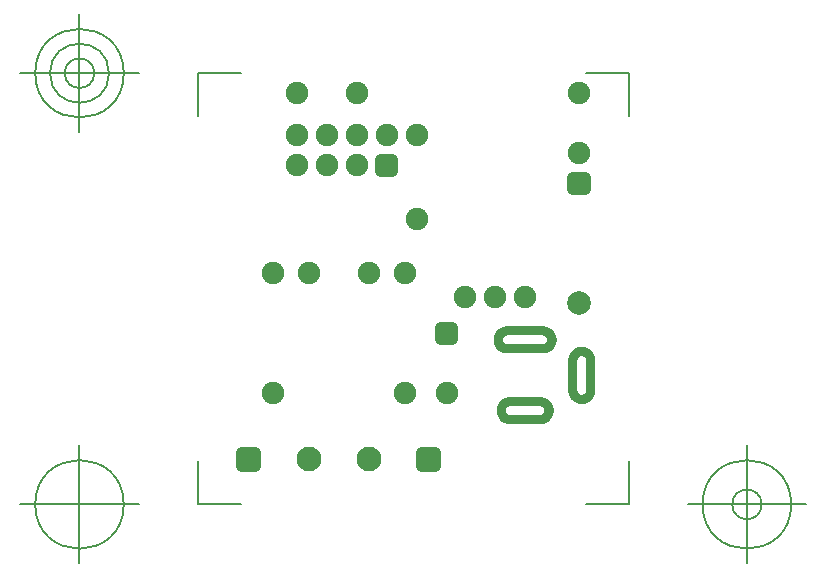
<source format=gbr>
G04 Generated by Ultiboard 14.1 *
%FSLAX34Y34*%
%MOMM*%

%ADD10C,0.0001*%
%ADD11C,0.7500*%
%ADD12C,0.1270*%
%ADD13C,1.9000*%
%ADD14R,1.1000X1.1000*%
%ADD15C,1.0000*%
%ADD16C,2.1000*%
%ADD17R,0.9000X0.9000*%
%ADD18R,1.0000X1.0000*%
%ADD19C,2.0000*%


G04 ColorRGB FF00CC for the following layer *
%LNL_uc100f6tstoppmaske oben*%
%LPD*%
G54D10*
G54D11*
X314700Y94460D02*
X314700Y119860D01*
X329940Y119860D02*
X329940Y94460D01*
X329940Y119860D02*
X329911Y120519D01*
X329825Y121173D01*
X329682Y121817D01*
X329484Y122446D01*
X329232Y123056D01*
X328927Y123641D01*
X328573Y124197D01*
X328171Y124720D01*
X327725Y125207D01*
X327239Y125652D01*
X326716Y126054D01*
X326159Y126408D01*
X325574Y126713D01*
X324965Y126966D01*
X324336Y127164D01*
X323692Y127307D01*
X323038Y127393D01*
X322378Y127422D01*
X321719Y127393D01*
X321065Y127307D01*
X320421Y127164D01*
X319792Y126966D01*
X319183Y126713D01*
X318598Y126408D01*
X318041Y126054D01*
X317518Y125652D01*
X317032Y125207D01*
X316586Y124720D01*
X316184Y124197D01*
X315830Y123641D01*
X315525Y123056D01*
X315273Y122446D01*
X315075Y121817D01*
X314932Y121173D01*
X314846Y120519D01*
X314817Y119860D01*
X314700Y94460D02*
X314729Y93796D01*
X314816Y93137D01*
X314960Y92488D01*
X315160Y91854D01*
X315414Y91240D01*
X315721Y90650D01*
X316078Y90089D01*
X316483Y89562D01*
X316932Y89072D01*
X317422Y88623D01*
X317949Y88218D01*
X318510Y87861D01*
X319100Y87554D01*
X319714Y87300D01*
X320348Y87100D01*
X320997Y86956D01*
X321656Y86869D01*
X322320Y86840D01*
X322984Y86869D01*
X323643Y86956D01*
X324292Y87100D01*
X324926Y87300D01*
X325540Y87554D01*
X326130Y87861D01*
X326691Y88218D01*
X327218Y88623D01*
X327708Y89072D01*
X328157Y89562D01*
X328562Y90089D01*
X328919Y90650D01*
X329226Y91240D01*
X329480Y91854D01*
X329680Y92488D01*
X329824Y93137D01*
X329911Y93796D01*
X329940Y94460D01*
X329940Y94460D01*
X287020Y69540D02*
X261620Y69540D01*
X261620Y84780D02*
X287020Y84780D01*
X261620Y84780D02*
X260961Y84751D01*
X260307Y84665D01*
X259663Y84522D01*
X259034Y84324D01*
X258424Y84072D01*
X257839Y83767D01*
X257283Y83413D01*
X256760Y83011D01*
X256273Y82565D01*
X255828Y82079D01*
X255426Y81556D01*
X255072Y80999D01*
X254767Y80414D01*
X254514Y79805D01*
X254316Y79176D01*
X254173Y78532D01*
X254087Y77878D01*
X254058Y77218D01*
X254087Y76559D01*
X254173Y75905D01*
X254316Y75261D01*
X254514Y74632D01*
X254767Y74023D01*
X255072Y73438D01*
X255426Y72881D01*
X255828Y72358D01*
X256273Y71872D01*
X256760Y71426D01*
X257283Y71024D01*
X257839Y70670D01*
X258424Y70365D01*
X259034Y70113D01*
X259663Y69915D01*
X260307Y69772D01*
X260961Y69686D01*
X261620Y69657D01*
X261620Y69657D01*
X287020Y69540D02*
X287684Y69569D01*
X288343Y69656D01*
X288992Y69800D01*
X289626Y70000D01*
X290240Y70254D01*
X290830Y70561D01*
X291391Y70918D01*
X291918Y71323D01*
X292408Y71772D01*
X292857Y72262D01*
X293262Y72789D01*
X293619Y73350D01*
X293926Y73940D01*
X294180Y74554D01*
X294380Y75188D01*
X294524Y75837D01*
X294611Y76496D01*
X294640Y77160D01*
X294611Y77824D01*
X294524Y78483D01*
X294380Y79132D01*
X294180Y79766D01*
X293926Y80380D01*
X293619Y80970D01*
X293262Y81531D01*
X292857Y82058D01*
X292408Y82548D01*
X291918Y82997D01*
X291391Y83402D01*
X290830Y83759D01*
X290240Y84066D01*
X289626Y84320D01*
X288992Y84520D01*
X288343Y84664D01*
X287684Y84751D01*
X287020Y84780D01*
X289560Y129540D02*
X259080Y129540D01*
X289560Y144780D02*
X259080Y144780D01*
X258416Y144751D01*
X257757Y144664D01*
X257108Y144520D01*
X256474Y144320D01*
X255860Y144066D01*
X255270Y143759D01*
X254709Y143402D01*
X254182Y142997D01*
X253692Y142548D01*
X253243Y142058D01*
X252838Y141531D01*
X252481Y140970D01*
X252174Y140380D01*
X251920Y139766D01*
X251720Y139132D01*
X251576Y138483D01*
X251489Y137824D01*
X251460Y137160D01*
X251489Y136496D01*
X251576Y135837D01*
X251720Y135188D01*
X251920Y134554D01*
X252174Y133940D01*
X252481Y133350D01*
X252838Y132789D01*
X253243Y132262D01*
X253692Y131772D01*
X254182Y131323D01*
X254709Y130918D01*
X255270Y130561D01*
X255860Y130254D01*
X256474Y130000D01*
X257108Y129800D01*
X257757Y129656D01*
X258416Y129569D01*
X259080Y129540D01*
X259080Y129540D01*
X289560Y129540D02*
X290224Y129569D01*
X290883Y129656D01*
X291532Y129800D01*
X292166Y130000D01*
X292780Y130254D01*
X293370Y130561D01*
X293931Y130918D01*
X294458Y131323D01*
X294948Y131772D01*
X295397Y132262D01*
X295802Y132789D01*
X296159Y133350D01*
X296466Y133940D01*
X296720Y134554D01*
X296920Y135188D01*
X297064Y135837D01*
X297151Y136496D01*
X297180Y137160D01*
X297151Y137824D01*
X297064Y138483D01*
X296920Y139132D01*
X296720Y139766D01*
X296466Y140380D01*
X296159Y140970D01*
X295802Y141531D01*
X295397Y142058D01*
X294948Y142548D01*
X294458Y142997D01*
X293931Y143402D01*
X293370Y143759D01*
X292780Y144066D01*
X292166Y144320D01*
X291532Y144520D01*
X290883Y144664D01*
X290224Y144751D01*
X289560Y144780D01*
G54D12*
X-2540Y-2540D02*
X-2540Y33968D01*
X-2540Y-2540D02*
X33968Y-2540D01*
X362540Y-2540D02*
X326032Y-2540D01*
X362540Y-2540D02*
X362540Y33968D01*
X362540Y362540D02*
X362540Y326032D01*
X362540Y362540D02*
X326032Y362540D01*
X-2540Y362540D02*
X33968Y362540D01*
X-2540Y362540D02*
X-2540Y326032D01*
X-52540Y-2540D02*
X-152540Y-2540D01*
X-102540Y-52540D02*
X-102540Y47460D01*
X-140040Y-2540D02*
G75*
D01*
G02X-140040Y-2540I37500J0*
G01*
X412540Y-2540D02*
X512540Y-2540D01*
X462540Y-52540D02*
X462540Y47460D01*
X425040Y-2540D02*
G75*
D01*
G02X425040Y-2540I37500J0*
G01*
X450040Y-2540D02*
G75*
D01*
G02X450040Y-2540I12500J0*
G01*
X-52540Y362540D02*
X-152540Y362540D01*
X-102540Y312540D02*
X-102540Y412540D01*
X-140040Y362540D02*
G75*
D01*
G02X-140040Y362540I37500J0*
G01*
X-127540Y362540D02*
G75*
D01*
G02X-127540Y362540I25000J0*
G01*
X-115040Y362540D02*
G75*
D01*
G02X-115040Y362540I12500J0*
G01*
G54D13*
X182880Y238760D03*
X182880Y309880D03*
X60960Y91440D03*
X60960Y193040D03*
X172720Y193040D03*
X172720Y91440D03*
X208280Y91440D03*
X142240Y193040D03*
X91440Y193040D03*
X320040Y294640D03*
X320040Y345440D03*
X81280Y345440D03*
X132080Y345440D03*
X248920Y172720D03*
X223520Y172720D03*
X274320Y172720D03*
X132080Y284480D03*
X106680Y284480D03*
X81280Y284480D03*
X81280Y309880D03*
X132080Y309880D03*
X106680Y309880D03*
X157480Y309880D03*
G54D14*
X40640Y35560D03*
X193040Y35560D03*
G54D15*
X35140Y30060D02*
X46140Y30060D01*
X46140Y41060D01*
X35140Y41060D01*
X35140Y30060D01*D02*
X187540Y30060D02*
X198540Y30060D01*
X198540Y41060D01*
X187540Y41060D01*
X187540Y30060D01*D02*
X203780Y137740D02*
X212780Y137740D01*
X212780Y146740D01*
X203780Y146740D01*
X203780Y137740D01*D02*
X315040Y264240D02*
X325040Y264240D01*
X325040Y274240D01*
X315040Y274240D01*
X315040Y264240D01*D02*
X152980Y279980D02*
X161980Y279980D01*
X161980Y288980D01*
X152980Y288980D01*
X152980Y279980D01*D02*
G54D16*
X91440Y35560D03*
X142240Y35560D03*
G54D17*
X208280Y142240D03*
X157480Y284480D03*
G54D18*
X320040Y269240D03*
G54D19*
X320040Y167640D03*

M02*

</source>
